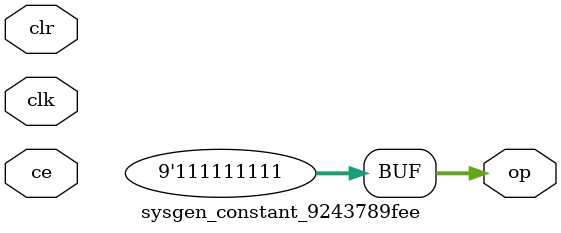
<source format=v>
module sysgen_constant_9243789fee (
  output [(9 - 1):0] op,
  input clk,
  input ce,
  input clr);
  assign op = 9'b111111111;
endmodule
</source>
